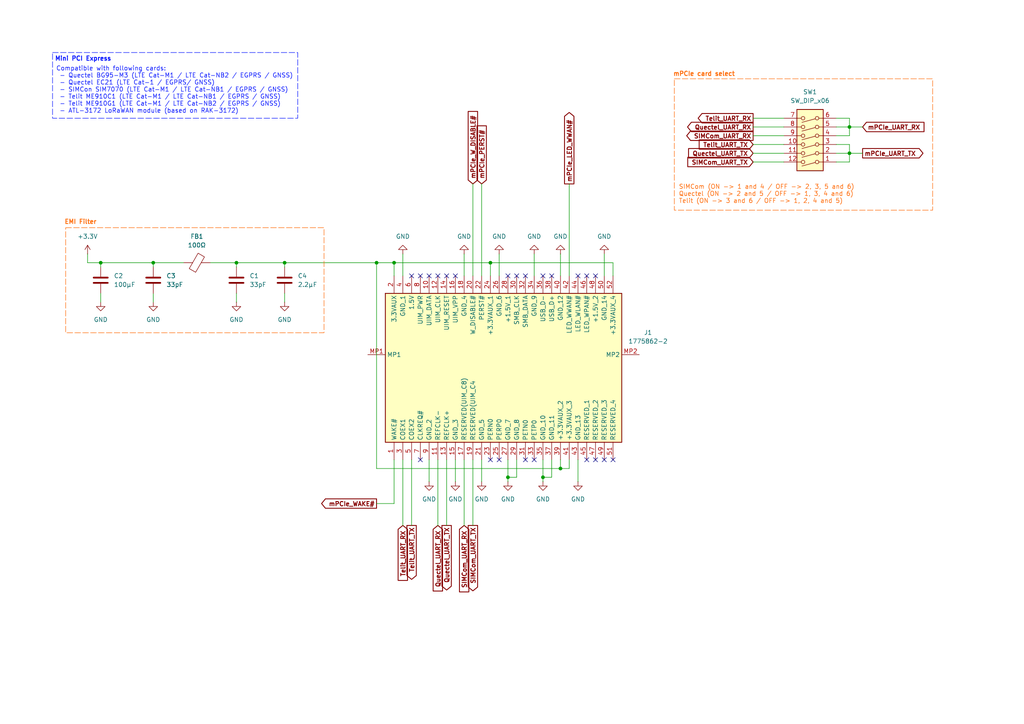
<source format=kicad_sch>
(kicad_sch (version 20250114) (generator "eeschema") (generator_version "9.0")
  (paper "A4")
  (title_block (title "ATL-200 (Multiparametric Station)") (date "2025-06-09") (rev "v0.1.0") (company "AgroTechLab (Agribusiness Technology Development Laboratory)") (comment 1 "IFSC (Federal Institute of Santa Catarina)") (comment 2 "Author: Robson Costa (robson.costa@ifsc.edu.br)") (comment 3 "Licensed under CC-BY-SA 4.0") (comment 4 "Mini PCI Express"))
  (lib_symbols
    (symbol "AgroTechLab:1775862-2"
      (property "Reference" "J" (at 74.93 22.86 0))
      (property "Value" "1775862-2" (at 74.93 20.32 0))
      (symbol "1775862-2_1_1"
        (rectangle (start 5.08 17.78) (end 73.66 -25.4) (stroke (width 0.254)) (fill (type background)))
        (pin passive line (at 0 0 0) (length 5.08) (name "MP1") (number "MP1"))
        (pin passive line (at 7.62 22.86 270) (length 5.08) (name "3.3VAUX") (number "2"))
        (pin passive line (at 7.62 -30.48 90) (length 5.08) (name "WAKE#") (number "1"))
        (pin passive line (at 10.16 22.86 270) (length 5.08) (name "GND_1") (number "4"))
        (pin passive line (at 10.16 -30.48 90) (length 5.08) (name "COEX1") (number "3"))
        (pin passive line (at 12.7 22.86 270) (length 5.08) (name "1.5V") (number "6"))
        (pin passive line (at 12.7 -30.48 90) (length 5.08) (name "COEX2") (number "5"))
        (pin passive line (at 15.24 22.86 270) (length 5.08) (name "UIM_PWR") (number "8"))
        (pin passive line (at 15.24 -30.48 90) (length 5.08) (name "CLKREQ#") (number "7"))
        (pin passive line (at 17.78 22.86 270) (length 5.08) (name "UIM_DATA") (number "10"))
        (pin passive line (at 17.78 -30.48 90) (length 5.08) (name "GND_2") (number "9"))
        (pin passive line (at 20.32 22.86 270) (length 5.08) (name "UIM_CLK") (number "12"))
        (pin passive line (at 20.32 -30.48 90) (length 5.08) (name "REFCLK-") (number "11"))
        (pin passive line (at 22.86 22.86 270) (length 5.08) (name "UIM_RESET") (number "14"))
        (pin passive line (at 22.86 -30.48 90) (length 5.08) (name "REFCLK+") (number "13"))
        (pin passive line (at 25.4 22.86 270) (length 5.08) (name "UIM_VPP") (number "16"))
        (pin passive line (at 25.4 -30.48 90) (length 5.08) (name "GND_3") (number "15"))
        (pin passive line (at 27.94 22.86 270) (length 5.08) (name "GND_4") (number "18"))
        (pin passive line (at 27.94 -30.48 90) (length 5.08) (name "RESERVED(UIM_C8)") (number "17"))
        (pin passive line (at 30.48 22.86 270) (length 5.08) (name "W_DISABLE#") (number "20"))
        (pin passive line (at 30.48 -30.48 90) (length 5.08) (name "RESERVED(UIM_C4") (number "19"))
        (pin passive line (at 33.02 22.86 270) (length 5.08) (name "PERST#") (number "22"))
        (pin passive line (at 33.02 -30.48 90) (length 5.08) (name "GND_5") (number "21"))
        (pin passive line (at 35.56 22.86 270) (length 5.08) (name "+3.3VAUX_1") (number "24"))
        (pin passive line (at 35.56 -30.48 90) (length 5.08) (name "PERN0") (number "23"))
        (pin passive line (at 38.1 22.86 270) (length 5.08) (name "GND_6") (number "26"))
        (pin passive line (at 38.1 -30.48 90) (length 5.08) (name "PERP0") (number "25"))
        (pin passive line (at 40.64 22.86 270) (length 5.08) (name "+1.5V_1") (number "28"))
        (pin passive line (at 40.64 -30.48 90) (length 5.08) (name "GND_7") (number "27"))
        (pin passive line (at 43.18 22.86 270) (length 5.08) (name "SMB_CLK") (number "30"))
        (pin passive line (at 43.18 -30.48 90) (length 5.08) (name "GND_8") (number "29"))
        (pin passive line (at 45.72 22.86 270) (length 5.08) (name "SMB_DATA") (number "32"))
        (pin passive line (at 45.72 -30.48 90) (length 5.08) (name "PETN0") (number "31"))
        (pin passive line (at 48.26 22.86 270) (length 5.08) (name "GND_9") (number "34"))
        (pin passive line (at 48.26 -30.48 90) (length 5.08) (name "PETP0") (number "33"))
        (pin passive line (at 50.8 22.86 270) (length 5.08) (name "USB_D-") (number "36"))
        (pin passive line (at 50.8 -30.48 90) (length 5.08) (name "GND_10") (number "35"))
        (pin passive line (at 53.34 22.86 270) (length 5.08) (name "USB_D+") (number "38"))
        (pin passive line (at 53.34 -30.48 90) (length 5.08) (name "GND_11") (number "37"))
        (pin passive line (at 55.88 22.86 270) (length 5.08) (name "GND_12") (number "40"))
        (pin passive line (at 55.88 -30.48 90) (length 5.08) (name "+3.3VAUX_2") (number "39"))
        (pin passive line (at 58.42 22.86 270) (length 5.08) (name "LED_WWAN#") (number "42"))
        (pin passive line (at 58.42 -30.48 90) (length 5.08) (name "+3.3VAUX_3") (number "41"))
        (pin passive line (at 60.96 22.86 270) (length 5.08) (name "LED_WLAN#") (number "44"))
        (pin passive line (at 60.96 -30.48 90) (length 5.08) (name "GND_13") (number "43"))
        (pin passive line (at 63.5 22.86 270) (length 5.08) (name "LED_WPAN#") (number "46"))
        (pin passive line (at 63.5 -30.48 90) (length 5.08) (name "RESERVED_1") (number "45"))
        (pin passive line (at 66.04 22.86 270) (length 5.08) (name "+1.5V_2") (number "48"))
        (pin passive line (at 66.04 -30.48 90) (length 5.08) (name "RESERVED_2") (number "47"))
        (pin passive line (at 68.58 22.86 270) (length 5.08) (name "GND_14") (number "50"))
        (pin passive line (at 68.58 -30.48 90) (length 5.08) (name "RESERVED_3") (number "49"))
        (pin passive line (at 71.12 22.86 270) (length 5.08) (name "+3.3VAUX_4") (number "52"))
        (pin passive line (at 71.12 -30.48 90) (length 5.08) (name "RESERVED_4") (number "51"))
        (pin passive line (at 78.74 0 180) (length 5.08) (name "MP2") (number "MP2"))
      )
    )
    (symbol "Device:C" (pin_numbers (hide yes)) (pin_names (offset 0.254))
      (property "Reference" "C" (at 0.635 2.54 0))
      (property "Value" "C" (at 0.635 -2.54 0))
      (symbol "C_0_1"
        (polyline (pts (xy -2.032 0.762) (xy 2.032 0.762)) (stroke (width 0.508)))
        (polyline (pts (xy -2.032 -0.762) (xy 2.032 -0.762)) (stroke (width 0.508)))
      )
      (symbol "C_1_1"
        (pin passive line (at 0 3.81 270) (length 2.794) (name "~") (number "1"))
        (pin passive line (at 0 -3.81 90) (length 2.794) (name "~") (number "2"))
      )
    )
    (symbol "Device:FerriteBead" (pin_numbers (hide yes)) (pin_names (offset 0))
      (property "Reference" "FB" (at -3.81 0.635 90))
      (property "Value" "FerriteBead" (at 3.81 0 90))
      (symbol "FerriteBead_0_1"
        (polyline (pts (xy -2.7686 0.4064) (xy -1.7018 2.2606) (xy 2.7686 -0.3048) (xy 1.6764 -2.159) (xy -2.7686 0.4064)))
        (polyline (pts (xy 0 1.27) (xy 0 1.2954)))
        (polyline (pts (xy 0 -1.27) (xy 0 -1.2192)))
      )
      (symbol "FerriteBead_1_1"
        (pin passive line (at 0 3.81 270) (length 2.54) (name "~") (number "1"))
        (pin passive line (at 0 -3.81 90) (length 2.54) (name "~") (number "2"))
      )
    )
    (symbol "Switch:SW_DIP_x06" (pin_names (offset 0) (hide yes))
      (property "Reference" "SW" (at 0 11.43 0))
      (property "Value" "SW_DIP_x06" (at 0 -8.89 0))
      (symbol "SW_DIP_x06_0_0"
        (circle (center -2.032 7.62) (radius 0.508))
        (circle (center -2.032 5.08) (radius 0.508))
        (circle (center -2.032 2.54) (radius 0.508))
        (circle (center -2.032 0) (radius 0.508))
        (circle (center -2.032 -2.54) (radius 0.508))
        (circle (center -2.032 -5.08) (radius 0.508))
        (polyline (pts (xy -1.524 7.747) (xy 2.3622 8.7884)))
        (polyline (pts (xy -1.524 5.207) (xy 2.3622 6.2484)))
        (polyline (pts (xy -1.524 2.667) (xy 2.3622 3.7084)))
        (polyline (pts (xy -1.524 0.127) (xy 2.3622 1.1684)))
        (polyline (pts (xy -1.524 -2.3876) (xy 2.3622 -1.3462)))
        (polyline (pts (xy -1.524 -4.9276) (xy 2.3622 -3.8862)))
        (circle (center 2.032 7.62) (radius 0.508))
        (circle (center 2.032 5.08) (radius 0.508))
        (circle (center 2.032 2.54) (radius 0.508))
        (circle (center 2.032 0) (radius 0.508))
        (circle (center 2.032 -2.54) (radius 0.508))
        (circle (center 2.032 -5.08) (radius 0.508))
      )
      (symbol "SW_DIP_x06_0_1"
        (rectangle (start -3.81 10.16) (end 3.81 -7.62) (stroke (width 0.254)) (fill (type background)))
      )
      (symbol "SW_DIP_x06_1_1"
        (pin passive line (at -7.62 7.62 0) (length 5.08) (name "~") (number "1"))
        (pin passive line (at -7.62 5.08 0) (length 5.08) (name "~") (number "2"))
        (pin passive line (at -7.62 2.54 0) (length 5.08) (name "~") (number "3"))
        (pin passive line (at -7.62 0 0) (length 5.08) (name "~") (number "4"))
        (pin passive line (at -7.62 -2.54 0) (length 5.08) (name "~") (number "5"))
        (pin passive line (at -7.62 -5.08 0) (length 5.08) (name "~") (number "6"))
        (pin passive line (at 7.62 7.62 180) (length 5.08) (name "~") (number "12"))
        (pin passive line (at 7.62 5.08 180) (length 5.08) (name "~") (number "11"))
        (pin passive line (at 7.62 2.54 180) (length 5.08) (name "~") (number "10"))
        (pin passive line (at 7.62 0 180) (length 5.08) (name "~") (number "9"))
        (pin passive line (at 7.62 -2.54 180) (length 5.08) (name "~") (number "8"))
        (pin passive line (at 7.62 -5.08 180) (length 5.08) (name "~") (number "7"))
      )
    )
    (symbol "power:+3.3V" (power) (pin_numbers (hide yes)) (pin_names (offset 0) (hide yes))
      (property "Value" "+3.3V" (at 0 3.556 0))
      (symbol "+3.3V_0_1"
        (polyline (pts (xy -0.762 1.27) (xy 0 2.54)))
        (polyline (pts (xy 0 2.54) (xy 0.762 1.27)))
        (polyline (pts (xy 0 0) (xy 0 2.54)))
      )
      (symbol "+3.3V_1_1"
        (pin power_in line (at 0 0 90) (length 0) (name "~") (number "1"))
      )
    )
    (symbol "power:GND" (power) (pin_numbers (hide yes)) (pin_names (offset 0) (hide yes))
      (property "Value" "GND" (at 0 -3.81 0))
      (symbol "GND_0_1"
        (polyline (pts (xy 0 0) (xy 0 -1.27) (xy 1.27 -1.27) (xy 0 -2.54) (xy -1.27 -1.27) (xy 0 -1.27)))
      )
      (symbol "GND_1_1"
        (pin power_in line (at 0 0 270) (length 0) (name "~") (number "1"))
      )
    )
  )
  (rectangle (start 195.58 22.86) (end 270.51 60.96) (stroke (width 0) (type dash) (color 255 109 13 1)))
  (rectangle (start 15.24 15.24) (end 86.36 34.29) (stroke (width 0) (type dash) (color 9 23 255 1)))
  (rectangle (start 19.05 66.04) (end 93.98 96.52) (stroke (width 0) (type dash) (color 255 109 13 1)))
  (text "Compatible with following cards:\n - Quectel BG95-M3 (LTE Cat-M1 / LTE Cat-NB2 / EGPRS / GNSS)\n - Quectel EC21 (LTE Cat-1 / EGPRS/ GNSS)\n - SIMCon SIM7070 (LTE Cat-M1 / LTE Cat-NB1 / EGPRS / GNSS)\n - Telit ME910C1 (LTE Cat-M1 / LTE Cat-NB1 / EGPRS / GNSS)\n - Telit ME910G1 (LTE Cat-M1 / LTE Cat-NB2 / EGPRS / GNSS)\n - ATL-3172 LoRaWAN module (based on RAK-3172)" (at 16.256 33.02 0) (effects (font (size 1.27 1.27)) (justify left bottom)))
  (text "Mini PCI Express" (at 15.875 17.907 0) (effects (font (size 1.27 1.27) (thickness 0.254) (bold yes)) (justify left bottom)))
  (text "EMI Filter" (at 23.368 64.516 0) (effects (font (size 1.27 1.27) (thickness 0.254) (bold yes))))
  (text "mPCIe card select" (at 204.216 21.59 0) (effects (font (size 1.27 1.27) (thickness 0.254) (bold yes))))
  (text "SIMCom (ON -> 1 and 4 / OFF -> 2, 3, 5 and 6)\nQuectel (ON -> 2 and 5 / OFF -> 1, 3, 4 and 6)\nTelit (ON -> 3 and 6 / OFF -> 1, 2, 4 and 5)\n" (at 196.85 56.388 0) (effects (font (size 1.27 1.27) (thickness 0.1588)) (justify left)))
  (junction (at 246.38 36.83))
  (junction (at 109.22 76.2))
  (junction (at 142.24 76.2))
  (junction (at 246.38 44.45))
  (junction (at 157.48 138.43))
  (junction (at 162.56 135.89))
  (junction (at 147.32 138.43))
  (junction (at 68.58 76.2))
  (junction (at 29.21 76.2))
  (junction (at 82.55 76.2))
  (junction (at 114.3 76.2))
  (junction (at 44.45 76.2))
  (no_connect (at 167.64 80.01))
  (no_connect (at 160.02 80.01))
  (no_connect (at 152.4 80.01))
  (no_connect (at 149.86 80.01))
  (no_connect (at 132.08 80.01))
  (no_connect (at 172.72 133.35))
  (no_connect (at 170.18 80.01))
  (no_connect (at 147.32 80.01))
  (no_connect (at 121.92 133.35))
  (no_connect (at 172.72 80.01))
  (no_connect (at 142.24 133.35))
  (no_connect (at 127 80.01))
  (no_connect (at 152.4 133.35))
  (no_connect (at 154.94 133.35))
  (no_connect (at 124.46 80.01))
  (no_connect (at 170.18 133.35))
  (no_connect (at 119.38 80.01))
  (no_connect (at 129.54 80.01))
  (no_connect (at 177.8 133.35))
  (no_connect (at 157.48 80.01))
  (no_connect (at 175.26 133.35))
  (no_connect (at 144.78 133.35))
  (no_connect (at 121.92 80.01))
  (wire (pts (xy 218.44 39.37) (xy 227.33 39.37)))
  (wire (pts (xy 44.45 76.2) (xy 44.45 77.47)))
  (wire (pts (xy 154.94 73.66) (xy 154.94 80.01)))
  (wire (pts (xy 149.86 133.35) (xy 149.86 138.43)))
  (wire (pts (xy 124.46 133.35) (xy 124.46 139.7)))
  (wire (pts (xy 246.38 34.29) (xy 246.38 36.83)))
  (wire (pts (xy 157.48 133.35) (xy 157.48 138.43)))
  (wire (pts (xy 109.22 146.05) (xy 114.3 146.05)))
  (wire (pts (xy 157.48 139.7) (xy 157.48 138.43)))
  (wire (pts (xy 139.7 133.35) (xy 139.7 139.7)))
  (wire (pts (xy 218.44 36.83) (xy 227.33 36.83)))
  (wire (pts (xy 149.86 138.43) (xy 147.32 138.43)))
  (wire (pts (xy 68.58 85.09) (xy 68.58 87.63)))
  (wire (pts (xy 242.57 41.91) (xy 246.38 41.91)))
  (wire (pts (xy 165.1 133.35) (xy 165.1 135.89)))
  (wire (pts (xy 114.3 133.35) (xy 114.3 146.05)))
  (wire (pts (xy 82.55 76.2) (xy 109.22 76.2)))
  (wire (pts (xy 242.57 36.83) (xy 246.38 36.83)))
  (wire (pts (xy 165.1 53.34) (xy 165.1 80.01)))
  (wire (pts (xy 109.22 76.2) (xy 114.3 76.2)))
  (wire (pts (xy 246.38 41.91) (xy 246.38 44.45)))
  (wire (pts (xy 82.55 85.09) (xy 82.55 87.63)))
  (wire (pts (xy 25.4 73.66) (xy 25.4 76.2)))
  (wire (pts (xy 129.54 133.35) (xy 129.54 152.4)))
  (wire (pts (xy 116.84 73.66) (xy 116.84 80.01)))
  (wire (pts (xy 68.58 76.2) (xy 82.55 76.2)))
  (wire (pts (xy 147.32 133.35) (xy 147.32 138.43)))
  (wire (pts (xy 246.38 44.45) (xy 250.19 44.45)))
  (wire (pts (xy 137.16 133.35) (xy 137.16 152.4)))
  (wire (pts (xy 109.22 76.2) (xy 109.22 135.89)))
  (wire (pts (xy 167.64 133.35) (xy 167.64 139.7)))
  (wire (pts (xy 142.24 76.2) (xy 114.3 76.2)))
  (wire (pts (xy 218.44 41.91) (xy 227.33 41.91)))
  (wire (pts (xy 60.96 76.2) (xy 68.58 76.2)))
  (wire (pts (xy 175.26 73.66) (xy 175.26 80.01)))
  (wire (pts (xy 246.38 46.99) (xy 246.38 44.45)))
  (wire (pts (xy 147.32 138.43) (xy 147.32 139.7)))
  (wire (pts (xy 242.57 34.29) (xy 246.38 34.29)))
  (wire (pts (xy 29.21 76.2) (xy 29.21 77.47)))
  (wire (pts (xy 142.24 76.2) (xy 142.24 80.01)))
  (wire (pts (xy 114.3 76.2) (xy 114.3 80.01)))
  (wire (pts (xy 162.56 73.66) (xy 162.56 80.01)))
  (wire (pts (xy 177.8 80.01) (xy 177.8 76.2)))
  (wire (pts (xy 29.21 85.09) (xy 29.21 87.63)))
  (wire (pts (xy 44.45 76.2) (xy 53.34 76.2)))
  (wire (pts (xy 132.08 133.35) (xy 132.08 139.7)))
  (wire (pts (xy 246.38 36.83) (xy 250.19 36.83)))
  (wire (pts (xy 127 133.35) (xy 127 152.4)))
  (wire (pts (xy 134.62 73.66) (xy 134.62 80.01)))
  (wire (pts (xy 218.44 34.29) (xy 227.33 34.29)))
  (wire (pts (xy 68.58 76.2) (xy 68.58 77.47)))
  (wire (pts (xy 25.4 76.2) (xy 29.21 76.2)))
  (wire (pts (xy 242.57 39.37) (xy 246.38 39.37)))
  (wire (pts (xy 165.1 135.89) (xy 162.56 135.89)))
  (wire (pts (xy 160.02 138.43) (xy 157.48 138.43)))
  (wire (pts (xy 177.8 76.2) (xy 142.24 76.2)))
  (wire (pts (xy 82.55 76.2) (xy 82.55 77.47)))
  (wire (pts (xy 242.57 44.45) (xy 246.38 44.45)))
  (wire (pts (xy 162.56 133.35) (xy 162.56 135.89)))
  (wire (pts (xy 162.56 135.89) (xy 109.22 135.89)))
  (wire (pts (xy 160.02 133.35) (xy 160.02 138.43)))
  (wire (pts (xy 119.38 133.35) (xy 119.38 152.4)))
  (wire (pts (xy 29.21 76.2) (xy 44.45 76.2)))
  (wire (pts (xy 218.44 44.45) (xy 227.33 44.45)))
  (wire (pts (xy 137.16 53.34) (xy 137.16 80.01)))
  (wire (pts (xy 134.62 133.35) (xy 134.62 152.4)))
  (wire (pts (xy 139.7 53.34) (xy 139.7 80.01)))
  (wire (pts (xy 116.84 133.35) (xy 116.84 152.4)))
  (wire (pts (xy 144.78 73.66) (xy 144.78 80.01)))
  (wire (pts (xy 246.38 39.37) (xy 246.38 36.83)))
  (wire (pts (xy 44.45 85.09) (xy 44.45 87.63)))
  (wire (pts (xy 242.57 46.99) (xy 246.38 46.99)))
  (wire (pts (xy 218.44 46.99) (xy 227.33 46.99)))
  (global_label "mPCIe_UART_RX" (shape input) (at 250.19 36.83 0) (effects (font (thickness 0.254) (bold yes))) (property "Intersheetrefs" "${INTERSHEET_REFS}" (effects (hide yes))))
  (global_label "mPCIe_W_DISABLE#" (shape input) (at 137.16 53.34 90) (effects (font (thickness 0.254) (bold yes))) (property "Intersheetrefs" "${INTERSHEET_REFS}" (effects (hide yes))))
  (global_label "Telit_UART_TX" (shape output) (at 119.38 152.4 270) (effects (font (thickness 0.254) (bold yes))) (property "Intersheetrefs" "${INTERSHEET_REFS}" (effects (hide yes))))
  (global_label "Quectel_UART_RX" (shape output) (at 218.44 36.83 180) (effects (font (thickness 0.254) (bold yes))) (property "Intersheetrefs" "${INTERSHEET_REFS}" (effects (hide yes))))
  (global_label "Quectel_UART_TX" (shape output) (at 129.54 152.4 270) (effects (font (thickness 0.254) (bold yes))) (property "Intersheetrefs" "${INTERSHEET_REFS}" (effects (hide yes))))
  (global_label "mPCIe_PERST#" (shape input) (at 139.7 53.34 90) (effects (font (thickness 0.254) (bold yes))) (property "Intersheetrefs" "${INTERSHEET_REFS}" (effects (hide yes))))
  (global_label "Telit_UART_RX" (shape input) (at 116.84 152.4 270) (effects (font (thickness 0.254) (bold yes))) (property "Intersheetrefs" "${INTERSHEET_REFS}" (effects (hide yes))))
  (global_label "mPCIe_LED_WWAN#" (shape output) (at 165.1 53.34 90) (effects (font (thickness 0.254) (bold yes))) (property "Intersheetrefs" "${INTERSHEET_REFS}" (effects (hide yes))))
  (global_label "SIMCom_UART_TX" (shape output) (at 137.16 152.4 270) (effects (font (thickness 0.254) (bold yes))) (property "Intersheetrefs" "${INTERSHEET_REFS}" (effects (hide yes))))
  (global_label "Quectel_UART_RX" (shape input) (at 127 152.4 270) (effects (font (thickness 0.254) (bold yes))) (property "Intersheetrefs" "${INTERSHEET_REFS}" (effects (hide yes))))
  (global_label "Quectel_UART_TX" (shape input) (at 218.44 44.45 180) (effects (font (thickness 0.254) (bold yes))) (property "Intersheetrefs" "${INTERSHEET_REFS}" (effects (hide yes))))
  (global_label "SIMCom_UART_RX" (shape output) (at 218.44 39.37 180) (effects (font (thickness 0.254) (bold yes))) (property "Intersheetrefs" "${INTERSHEET_REFS}" (effects (hide yes))))
  (global_label "Telit_UART_RX" (shape output) (at 218.44 34.29 180) (effects (font (thickness 0.254) (bold yes))) (property "Intersheetrefs" "${INTERSHEET_REFS}" (effects (hide yes))))
  (global_label "mPCIe_UART_TX" (shape output) (at 250.19 44.45 0) (effects (font (thickness 0.254) (bold yes))) (property "Intersheetrefs" "${INTERSHEET_REFS}" (effects (hide yes))))
  (global_label "mPCIe_WAKE#" (shape output) (at 109.22 146.05 180) (effects (font (thickness 0.254) (bold yes))) (property "Intersheetrefs" "${INTERSHEET_REFS}" (effects (hide yes))))
  (global_label "SIMCom_UART_TX" (shape input) (at 218.44 46.99 180) (effects (font (thickness 0.254) (bold yes))) (property "Intersheetrefs" "${INTERSHEET_REFS}" (effects (hide yes))))
  (global_label "Telit_UART_TX" (shape input) (at 218.44 41.91 180) (effects (font (thickness 0.254) (bold yes))) (property "Intersheetrefs" "${INTERSHEET_REFS}" (effects (hide yes))))
  (global_label "SIMCom_UART_RX" (shape input) (at 134.62 152.4 270) (effects (font (thickness 0.254) (bold yes))) (property "Intersheetrefs" "${INTERSHEET_REFS}" (effects (hide yes))))
  (symbol (lib_id "power:+3.3V") (at 25.4 73.66 0) (unit 1)
    (property "Reference" "#PWR02" (effects (hide yes)))
    (property "Value" "+3.3V" (at 25.4 68.58 0))
    (property "Description" "Power symbol creates a global label with name \"+3.3V\"" (effects (hide yes)))
  )
  (symbol (lib_id "power:GND") (at 162.56 73.66 180) (unit 1)
    (property "Reference" "#PWR010" (effects (hide yes)))
    (property "Value" "GND" (at 162.56 68.58 0))
    (property "Description" "Power symbol creates a global label with name \"GND\" , ground" (effects (hide yes)))
  )
  (symbol (lib_id "Device:C") (at 68.58 81.28 0) (unit 1)
    (property "Reference" "C1" (at 72.39 80.0099 0) (effects (justify left)))
    (property "Value" "33pF" (at 72.39 82.5499 0) (effects (justify left)))
    (property "Description" "Unpolarized capacitor" (effects (hide yes)))
  )
  (symbol (lib_id "power:GND") (at 68.58 87.63 0) (unit 1)
    (property "Reference" "#PWR04" (effects (hide yes)))
    (property "Value" "GND" (at 68.58 92.71 0))
    (property "Description" "Power symbol creates a global label with name \"GND\" , ground" (effects (hide yes)))
  )
  (symbol (lib_id "power:GND") (at 144.78 73.66 180) (unit 1)
    (property "Reference" "#PWR08" (effects (hide yes)))
    (property "Value" "GND" (at 144.78 68.58 0))
    (property "Description" "Power symbol creates a global label with name \"GND\" , ground" (effects (hide yes)))
  )
  (symbol (lib_id "Device:C") (at 82.55 81.28 0) (unit 1)
    (property "Reference" "C4" (at 86.36 80.0099 0) (effects (justify left)))
    (property "Value" "2.2μF" (at 86.36 82.5499 0) (effects (justify left)))
    (property "Description" "Unpolarized capacitor" (effects (hide yes)))
  )
  (symbol (lib_id "power:GND") (at 154.94 73.66 180) (unit 1)
    (property "Reference" "#PWR09" (effects (hide yes)))
    (property "Value" "GND" (at 154.94 68.58 0))
    (property "Description" "Power symbol creates a global label with name \"GND\" , ground" (effects (hide yes)))
  )
  (symbol (lib_id "Switch:SW_DIP_x06") (at 234.95 39.37 180) (unit 1)
    (property "Reference" "SW1" (at 234.95 26.67 0))
    (property "Value" "SW_DIP_x06" (at 234.95 29.21 0))
    (property "Description" "6x DIP Switch, Single Pole Single Throw (SPST) switch, small symbol" (effects (hide yes)))
  )
  (symbol (lib_id "power:GND") (at 157.48 139.7 0) (unit 1)
    (property "Reference" "#PWR015" (effects (hide yes)))
    (property "Value" "GND" (at 157.48 144.78 0))
    (property "Description" "Power symbol creates a global label with name \"GND\" , ground" (effects (hide yes)))
  )
  (symbol (lib_id "power:GND") (at 124.46 139.7 0) (unit 1)
    (property "Reference" "#PWR017" (effects (hide yes)))
    (property "Value" "GND" (at 124.46 144.78 0))
    (property "Description" "Power symbol creates a global label with name \"GND\" , ground" (effects (hide yes)))
  )
  (symbol (lib_id "power:GND") (at 139.7 139.7 0) (unit 1)
    (property "Reference" "#PWR013" (effects (hide yes)))
    (property "Value" "GND" (at 139.7 144.78 0))
    (property "Description" "Power symbol creates a global label with name \"GND\" , ground" (effects (hide yes)))
  )
  (symbol (lib_id "power:GND") (at 116.84 73.66 180) (unit 1)
    (property "Reference" "#PWR06" (effects (hide yes)))
    (property "Value" "GND" (at 116.84 68.58 0))
    (property "Description" "Power symbol creates a global label with name \"GND\" , ground" (effects (hide yes)))
  )
  (symbol (lib_id "AgroTechLab:1775862-2") (at 106.68 102.87 0) (unit 1)
    (property "Reference" "J1" (at 187.96 96.4498 0))
    (property "Value" "1775862-2" (at 187.96 98.9898 0))
    (property "Footprint" "AgroTechLab:1775862-2" (effects (hide yes)))
    (property "Datasheet" "https://www.te.com/commerce/DocumentDelivery/DDEController?Action=srchrtrv&DocNm=8-1773459-7_EXPRESS_MINI_CARD_QRG&DocType=Data%20Sheet&DocLang=English&PartCntxt=1775862-2&DocFormat=pdf" (effects (hide yes)))
    (property "Description" "Body Features: Primary Product Color Black | Configuration Features: Number of Positions 52 | PCB Mount Orientation Horizontal | Number of Rows 2 | Number of Keys 1 | Contact Features: Contact Mating Area Plating Material Gold Flash | PCB Contact Termination Area Plating Material Finish Matte | PCB Contact Termination Area Plating Material Gold Flash | Contact Base Material Copper Alloy | Contact Underplating Material Nickel | Contact Current Rating (Max) .5 AMP | Dimensions: Profile Height from PCB .205 IN" (effects (hide yes)))
    (property "Manufacturer" "TE Connectivity" (effects (hide yes)))
    (property "Part Number" "1775862-2" (effects (hide yes)))
  )
  (symbol (lib_id "power:GND") (at 175.26 73.66 180) (unit 1)
    (property "Reference" "#PWR011" (effects (hide yes)))
    (property "Value" "GND" (at 175.26 68.58 0))
    (property "Description" "Power symbol creates a global label with name \"GND\" , ground" (effects (hide yes)))
  )
  (symbol (lib_id "Device:FerriteBead") (at 57.15 76.2 90) (unit 1)
    (property "Reference" "FB1" (at 57.0992 68.58 90))
    (property "Value" "100Ω" (at 57.0992 71.12 90))
    (property "Description" "Ferrite bead, 100Ω, ±25%" (effects (hide yes)))
    (property "Manufacturer" "Murata Electronics" (effects (hide yes)))
    (property "Part Number" "BLM18EG101TN1D" (effects (hide yes)))
  )
  (symbol (lib_id "Device:C") (at 29.21 81.28 0) (unit 1)
    (property "Reference" "C2" (at 33.02 80.0099 0) (effects (justify left)))
    (property "Value" "100μF" (at 33.02 82.5499 0) (effects (justify left)))
    (property "Description" "Unpolarized capacitor" (effects (hide yes)))
  )
  (symbol (lib_id "Device:C") (at 44.45 81.28 0) (unit 1)
    (property "Reference" "C3" (at 48.26 80.0099 0) (effects (justify left)))
    (property "Value" "33pF" (at 48.26 82.5499 0) (effects (justify left)))
    (property "Description" "Unpolarized capacitor" (effects (hide yes)))
  )
  (symbol (lib_id "power:GND") (at 29.21 87.63 0) (unit 1)
    (property "Reference" "#PWR01" (effects (hide yes)))
    (property "Value" "GND" (at 29.21 92.71 0))
    (property "Description" "Power symbol creates a global label with name \"GND\" , ground" (effects (hide yes)))
  )
  (symbol (lib_id "power:GND") (at 167.64 139.7 0) (unit 1)
    (property "Reference" "#PWR016" (effects (hide yes)))
    (property "Value" "GND" (at 167.64 144.78 0))
    (property "Description" "Power symbol creates a global label with name \"GND\" , ground" (effects (hide yes)))
  )
  (symbol (lib_id "power:GND") (at 147.32 139.7 0) (unit 1)
    (property "Reference" "#PWR014" (effects (hide yes)))
    (property "Value" "GND" (at 147.32 144.78 0))
    (property "Description" "Power symbol creates a global label with name \"GND\" , ground" (effects (hide yes)))
  )
  (symbol (lib_id "power:GND") (at 82.55 87.63 0) (unit 1)
    (property "Reference" "#PWR05" (effects (hide yes)))
    (property "Value" "GND" (at 82.55 92.71 0))
    (property "Description" "Power symbol creates a global label with name \"GND\" , ground" (effects (hide yes)))
  )
  (symbol (lib_id "power:GND") (at 132.08 139.7 0) (unit 1)
    (property "Reference" "#PWR012" (effects (hide yes)))
    (property "Value" "GND" (at 132.08 144.78 0))
    (property "Description" "Power symbol creates a global label with name \"GND\" , ground" (effects (hide yes)))
  )
  (symbol (lib_id "power:GND") (at 44.45 87.63 0) (unit 1)
    (property "Reference" "#PWR03" (effects (hide yes)))
    (property "Value" "GND" (at 44.45 92.71 0))
    (property "Description" "Power symbol creates a global label with name \"GND\" , ground" (effects (hide yes)))
  )
  (symbol (lib_id "power:GND") (at 134.62 73.66 180) (unit 1)
    (property "Reference" "#PWR07" (effects (hide yes)))
    (property "Value" "GND" (at 134.62 68.58 0))
    (property "Description" "Power symbol creates a global label with name \"GND\" , ground" (effects (hide yes)))
  )
)
</source>
